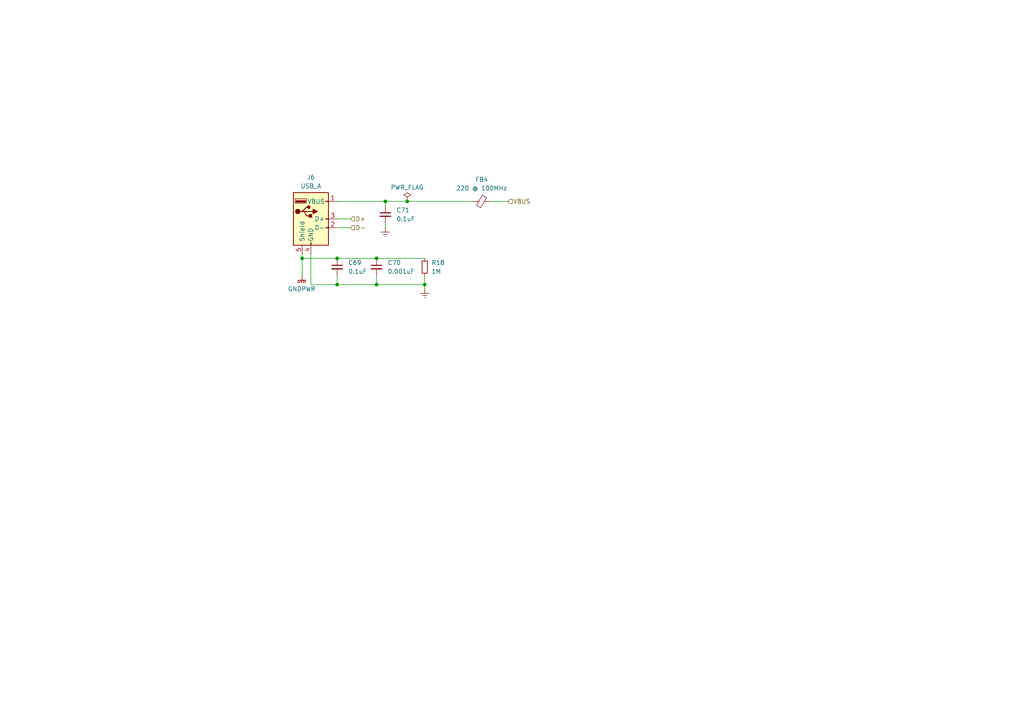
<source format=kicad_sch>
(kicad_sch (version 20250114) (generator "eeschema") (generator_version "9.0")
  (paper "A4")
  (lib_symbols
    (symbol "Connector:USB_A" (pin_names (offset 1.016))
      (property "Reference" "J" (at -5.08 11.43 0))
      (property "Value" "USB_A" (at -5.08 8.89 0))
      (symbol "USB_A_0_1"
        (rectangle (start -5.08 -7.62) (end 5.08 7.62) (stroke (width 0.254)) (fill (type background)))
        (circle (center -3.81 2.159) (radius 0.635) (stroke (width 0.254)) (fill (type outline)))
        (polyline (pts (xy -3.175 2.159) (xy -2.54 2.159) (xy -1.27 3.429) (xy -0.635 3.429)) (stroke (width 0.254)))
        (polyline (pts (xy -2.54 2.159) (xy -1.905 2.159) (xy -1.27 0.889) (xy 0 0.889)) (stroke (width 0.254)))
        (rectangle (start -1.524 4.826) (end -4.318 5.334) (fill (type outline)))
        (rectangle (start -1.27 4.572) (end -4.572 5.842))
        (circle (center -0.635 3.429) (radius 0.381) (stroke (width 0.254)) (fill (type outline)))
        (rectangle (start -0.127 -7.62) (end 0.127 -6.858))
        (rectangle (start 0.254 1.27) (end -0.508 0.508) (stroke (width 0.254)) (fill (type outline)))
        (polyline (pts (xy 0.635 2.794) (xy 0.635 1.524) (xy 1.905 2.159) (xy 0.635 2.794)) (stroke (width 0.254)) (fill (type outline)))
        (rectangle (start 5.08 4.953) (end 4.318 5.207))
        (rectangle (start 5.08 -0.127) (end 4.318 0.127))
        (rectangle (start 5.08 -2.667) (end 4.318 -2.413))
      )
      (symbol "USB_A_1_1"
        (polyline (pts (xy -1.905 2.159) (xy 0.635 2.159)) (stroke (width 0.254)))
        (pin passive line (at -2.54 -10.16 90) (length 2.54) (name "Shield") (number "5"))
        (pin power_in line (at 0 -10.16 90) (length 2.54) (name "GND") (number "4"))
        (pin power_in line (at 7.62 5.08 180) (length 2.54) (name "VBUS") (number "1"))
        (pin bidirectional line (at 7.62 0 180) (length 2.54) (name "D+") (number "3"))
        (pin bidirectional line (at 7.62 -2.54 180) (length 2.54) (name "D-") (number "2"))
      )
    )
    (symbol "Device:C_Small" (pin_numbers (hide yes)) (pin_names (offset 0.254) (hide yes))
      (property "Reference" "C" (at 0.254 1.778 0))
      (property "Value" "C_Small" (at 0.254 -2.032 0))
      (symbol "C_Small_0_1"
        (polyline (pts (xy -1.524 0.508) (xy 1.524 0.508)) (stroke (width 0.3048)))
        (polyline (pts (xy -1.524 -0.508) (xy 1.524 -0.508)) (stroke (width 0.3302)))
      )
      (symbol "C_Small_1_1"
        (pin passive line (at 0 2.54 270) (length 2.032) (name "~") (number "1"))
        (pin passive line (at 0 -2.54 90) (length 2.032) (name "~") (number "2"))
      )
    )
    (symbol "Device:FerriteBead_Small" (pin_numbers (hide yes)) (pin_names (offset 0))
      (property "Reference" "FB" (at 1.905 1.27 0))
      (property "Value" "FerriteBead_Small" (at 1.905 -1.27 0))
      (symbol "FerriteBead_Small_0_1"
        (polyline (pts (xy -1.8288 0.2794) (xy -1.1176 1.4986) (xy 1.8288 -0.2032) (xy 1.1176 -1.4224) (xy -1.8288 0.2794)))
        (polyline (pts (xy 0 0.889) (xy 0 1.2954)))
        (polyline (pts (xy 0 -1.27) (xy 0 -0.7874)))
      )
      (symbol "FerriteBead_Small_1_1"
        (pin passive line (at 0 2.54 270) (length 1.27) (name "~") (number "1"))
        (pin passive line (at 0 -2.54 90) (length 1.27) (name "~") (number "2"))
      )
    )
    (symbol "Device:R_Small" (pin_numbers (hide yes)) (pin_names (offset 0.254) (hide yes))
      (property "Reference" "R" (at 0 0 90))
      (property "Value" "R_Small" (at 1.778 0 90))
      (symbol "R_Small_0_1"
        (rectangle (start -0.762 1.778) (end 0.762 -1.778) (stroke (width 0.2032)))
      )
      (symbol "R_Small_1_1"
        (pin passive line (at 0 2.54 270) (length 0.762) (name "~") (number "1"))
        (pin passive line (at 0 -2.54 90) (length 0.762) (name "~") (number "2"))
      )
    )
    (symbol "power:Earth" (power) (pin_numbers (hide yes)) (pin_names (offset 0) (hide yes))
      (property "Value" "Earth" (at 0 -3.81 0))
      (symbol "Earth_0_1"
        (polyline (pts (xy -0.635 -1.905) (xy 0.635 -1.905)))
        (polyline (pts (xy -0.127 -2.54) (xy 0.127 -2.54)))
        (polyline (pts (xy 0 -1.27) (xy 0 0)))
        (polyline (pts (xy 1.27 -1.27) (xy -1.27 -1.27)))
      )
      (symbol "Earth_1_1"
        (pin power_in line (at 0 0 270) (length 0) (name "~") (number "1"))
      )
    )
    (symbol "power:GNDPWR" (power) (pin_numbers (hide yes)) (pin_names (offset 0) (hide yes))
      (property "Value" "GNDPWR" (at 0 -3.302 0))
      (symbol "GNDPWR_0_1"
        (polyline (pts (xy -1.016 -1.27) (xy -1.27 -2.032) (xy -1.27 -2.032)) (stroke (width 0.2032)))
        (polyline (pts (xy -0.508 -1.27) (xy -0.762 -2.032) (xy -0.762 -2.032)) (stroke (width 0.2032)))
        (polyline (pts (xy 0 -1.27) (xy 0 0)))
        (polyline (pts (xy 0 -1.27) (xy -0.254 -2.032) (xy -0.254 -2.032)) (stroke (width 0.2032)))
        (polyline (pts (xy 0.508 -1.27) (xy 0.254 -2.032) (xy 0.254 -2.032)) (stroke (width 0.2032)))
        (polyline (pts (xy 1.016 -1.27) (xy -1.016 -1.27) (xy -1.016 -1.27)) (stroke (width 0.2032)))
        (polyline (pts (xy 1.016 -1.27) (xy 0.762 -2.032) (xy 0.762 -2.032) (xy 0.762 -2.032)) (stroke (width 0.2032)))
      )
      (symbol "GNDPWR_1_1"
        (pin power_in line (at 0 0 270) (length 0) (name "~") (number "1"))
      )
    )
    (symbol "power:PWR_FLAG" (power) (pin_numbers (hide yes)) (pin_names (offset 0) (hide yes))
      (property "Value" "PWR_FLAG" (at 0 3.81 0))
      (symbol "PWR_FLAG_0_0"
        (pin power_out line (at 0 0 90) (length 0) (name "~") (number "1"))
      )
      (symbol "PWR_FLAG_0_1"
        (polyline (pts (xy 0 0) (xy 0 1.27) (xy -1.016 1.905) (xy 0 2.54) (xy 1.016 1.905) (xy 0 1.27)))
      )
    )
  )
  (junction (at 123.19 82.55))
  (junction (at 118.11 58.42))
  (junction (at 109.22 74.93))
  (junction (at 97.79 74.93))
  (junction (at 87.63 74.93))
  (junction (at 109.22 82.55))
  (junction (at 111.76 58.42))
  (junction (at 97.79 82.55))
  (wire (pts (xy 97.79 58.42) (xy 111.76 58.42)))
  (wire (pts (xy 118.11 58.42) (xy 137.16 58.42)))
  (wire (pts (xy 97.79 74.93) (xy 109.22 74.93)))
  (wire (pts (xy 109.22 82.55) (xy 109.22 80.01)))
  (wire (pts (xy 97.79 82.55) (xy 109.22 82.55)))
  (wire (pts (xy 97.79 82.55) (xy 97.79 80.01)))
  (wire (pts (xy 111.76 58.42) (xy 118.11 58.42)))
  (wire (pts (xy 97.79 66.04) (xy 101.6 66.04)))
  (wire (pts (xy 90.17 82.55) (xy 97.79 82.55)))
  (wire (pts (xy 87.63 74.93) (xy 87.63 80.01)))
  (wire (pts (xy 142.24 58.42) (xy 147.32 58.42)))
  (wire (pts (xy 111.76 64.77) (xy 111.76 66.04)))
  (wire (pts (xy 87.63 73.66) (xy 87.63 74.93)))
  (wire (pts (xy 123.19 82.55) (xy 123.19 80.01)))
  (wire (pts (xy 111.76 58.42) (xy 111.76 59.69)))
  (wire (pts (xy 109.22 82.55) (xy 123.19 82.55)))
  (wire (pts (xy 97.79 63.5) (xy 101.6 63.5)))
  (wire (pts (xy 123.19 82.55) (xy 123.19 83.82)))
  (wire (pts (xy 109.22 74.93) (xy 123.19 74.93)))
  (wire (pts (xy 87.63 74.93) (xy 97.79 74.93)))
  (wire (pts (xy 90.17 73.66) (xy 90.17 82.55)))
  (hierarchical_label "VBUS" (shape input) (at 147.32 58.42 0))
  (hierarchical_label "D+" (shape input) (at 101.6 63.5 0))
  (hierarchical_label "D-" (shape input) (at 101.6 66.04 0))
  (symbol (lib_id "power:PWR_FLAG") (at 118.11 58.42 0) (unit 1)
    (property "Reference" "#FLG07" (effects (hide yes)))
    (property "Value" "PWR_FLAG" (at 118.11 54.356 0))
    (property "Description" "Special symbol for telling ERC where power comes from" (effects (hide yes)))
    (instances (project "" (path "" (reference "#FLG010") (unit 1)) (path "" (reference "#FLG07") (unit 1)) (path "" (reference "#FLG09") (unit 1)) (path "" (reference "#FLG08") (unit 1))))
  )
  (symbol (lib_id "power:GNDPWR") (at 87.63 80.01 0) (unit 1)
    (property "Reference" "#PWR028" (effects (hide yes)))
    (property "Value" "GNDPWR" (at 87.503 83.82 0))
    (instances (project "DeskHub" (path "" (reference "#PWR037") (unit 1)) (path "" (reference "#PWR028") (unit 1)) (path "" (reference "#PWR034") (unit 1)) (path "" (reference "#PWR031") (unit 1))))
  )
  (symbol (lib_id "Device:FerriteBead_Small") (at 139.7 58.42 90) (unit 1)
    (property "Reference" "FB1" (at 139.7 52.07 90))
    (property "Value" "220 @ 100MHz" (at 139.7 54.61 90))
    (instances (project "DeskHub" (path "" (reference "FB4") (unit 1)) (path "" (reference "FB1") (unit 1)) (path "" (reference "FB3") (unit 1)) (path "" (reference "FB2") (unit 1))))
  )
  (symbol (lib_id "power:Earth") (at 123.19 83.82 0) (unit 1)
    (property "Reference" "#PWR029" (effects (hide yes)))
    (property "Value" "Earth" (effects (hide yes)))
    (instances (project "DeskHub" (path "" (reference "#PWR039") (unit 1)) (path "" (reference "#PWR029") (unit 1)) (path "" (reference "#PWR036") (unit 1)) (path "" (reference "#PWR033") (unit 1))))
  )
  (symbol (lib_id "Device:R_Small") (at 123.19 77.47 0) (unit 1)
    (property "Reference" "R15" (at 125.095 76.2 0) (effects (justify left)))
    (property "Value" "1M" (at 125.095 78.74 0) (effects (justify left)))
    (instances (project "DeskHub" (path "" (reference "R18") (unit 1)) (path "" (reference "R15") (unit 1)) (path "" (reference "R17") (unit 1)) (path "" (reference "R16") (unit 1))))
  )
  (symbol (lib_id "Device:C_Small") (at 97.79 77.47 0) (unit 1)
    (property "Reference" "C60" (at 100.965 76.2063 0) (effects (justify left)))
    (property "Value" "0.1uF" (at 100.965 78.7463 0) (effects (justify left)))
    (instances (project "DeskHub" (path "" (reference "C69") (unit 1)) (path "" (reference "C60") (unit 1)) (path "" (reference "C66") (unit 1)) (path "" (reference "C63") (unit 1))))
  )
  (symbol (lib_id "Device:C_Small") (at 109.22 77.47 0) (unit 1)
    (property "Reference" "C61" (at 112.395 76.2063 0) (effects (justify left)))
    (property "Value" "0.001uF" (at 112.395 78.7463 0) (effects (justify left)))
    (instances (project "DeskHub" (path "" (reference "C70") (unit 1)) (path "" (reference "C61") (unit 1)) (path "" (reference "C67") (unit 1)) (path "" (reference "C64") (unit 1))))
  )
  (symbol (lib_id "Connector:USB_A") (at 90.17 63.5 0) (unit 1)
    (property "Reference" "J3" (at 90.17 51.435 0))
    (property "Value" "USB_A" (at 90.17 53.975 0))
    (property "Datasheet" " ~" (effects (hide yes)))
    (instances (project "DeskHub" (path "" (reference "J6") (unit 1)) (path "" (reference "J3") (unit 1)) (path "" (reference "J5") (unit 1)) (path "" (reference "J4") (unit 1))))
  )
  (symbol (lib_id "power:Earth") (at 111.76 66.04 0) (unit 1)
    (property "Reference" "#PWR030" (effects (hide yes)))
    (property "Value" "Earth" (effects (hide yes)))
    (instances (project "DeskHub" (path "" (reference "#PWR038") (unit 1)) (path "" (reference "#PWR030") (unit 1)) (path "" (reference "#PWR035") (unit 1)) (path "" (reference "#PWR032") (unit 1))))
  )
  (symbol (lib_id "Device:C_Small") (at 111.76 62.23 0) (unit 1)
    (property "Reference" "C62" (at 114.935 60.9663 0) (effects (justify left)))
    (property "Value" "0.1uF" (at 114.935 63.5063 0) (effects (justify left)))
    (instances (project "DeskHub" (path "" (reference "C71") (unit 1)) (path "" (reference "C62") (unit 1)) (path "" (reference "C68") (unit 1)) (path "" (reference "C65") (unit 1))))
  )
)
</source>
